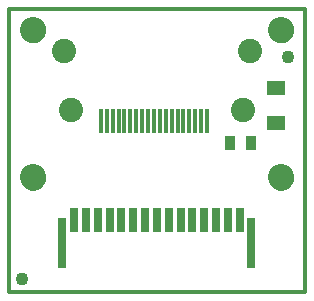
<source format=gts>
G75*
%MOIN*%
%OFA0B0*%
%FSLAX24Y24*%
%IPPOS*%
%LPD*%
%AMOC8*
5,1,8,0,0,1.08239X$1,22.5*
%
%ADD10C,0.0118*%
%ADD11C,0.0000*%
%ADD12C,0.0867*%
%ADD13R,0.0276X0.0827*%
%ADD14R,0.0316X0.1694*%
%ADD15R,0.0158X0.0788*%
%ADD16C,0.0808*%
%ADD17C,0.0434*%
%ADD18R,0.0355X0.0512*%
%ADD19R,0.0591X0.0512*%
D10*
X000159Y000169D02*
X000159Y009618D01*
X010002Y009618D01*
X010002Y000169D01*
X000159Y000169D01*
D11*
X000533Y003992D02*
X000535Y004032D01*
X000541Y004073D01*
X000551Y004112D01*
X000564Y004150D01*
X000582Y004187D01*
X000603Y004221D01*
X000627Y004254D01*
X000654Y004284D01*
X000684Y004311D01*
X000717Y004335D01*
X000751Y004356D01*
X000788Y004374D01*
X000826Y004387D01*
X000865Y004397D01*
X000906Y004403D01*
X000946Y004405D01*
X000986Y004403D01*
X001027Y004397D01*
X001066Y004387D01*
X001104Y004374D01*
X001141Y004356D01*
X001175Y004335D01*
X001208Y004311D01*
X001238Y004284D01*
X001265Y004254D01*
X001289Y004221D01*
X001310Y004187D01*
X001328Y004150D01*
X001341Y004112D01*
X001351Y004073D01*
X001357Y004032D01*
X001359Y003992D01*
X001357Y003952D01*
X001351Y003911D01*
X001341Y003872D01*
X001328Y003834D01*
X001310Y003797D01*
X001289Y003763D01*
X001265Y003730D01*
X001238Y003700D01*
X001208Y003673D01*
X001175Y003649D01*
X001141Y003628D01*
X001104Y003610D01*
X001066Y003597D01*
X001027Y003587D01*
X000986Y003581D01*
X000946Y003579D01*
X000906Y003581D01*
X000865Y003587D01*
X000826Y003597D01*
X000788Y003610D01*
X000751Y003628D01*
X000717Y003649D01*
X000684Y003673D01*
X000654Y003700D01*
X000627Y003730D01*
X000603Y003763D01*
X000582Y003797D01*
X000564Y003834D01*
X000551Y003872D01*
X000541Y003911D01*
X000535Y003952D01*
X000533Y003992D01*
X000533Y008913D02*
X000535Y008953D01*
X000541Y008994D01*
X000551Y009033D01*
X000564Y009071D01*
X000582Y009108D01*
X000603Y009142D01*
X000627Y009175D01*
X000654Y009205D01*
X000684Y009232D01*
X000717Y009256D01*
X000751Y009277D01*
X000788Y009295D01*
X000826Y009308D01*
X000865Y009318D01*
X000906Y009324D01*
X000946Y009326D01*
X000986Y009324D01*
X001027Y009318D01*
X001066Y009308D01*
X001104Y009295D01*
X001141Y009277D01*
X001175Y009256D01*
X001208Y009232D01*
X001238Y009205D01*
X001265Y009175D01*
X001289Y009142D01*
X001310Y009108D01*
X001328Y009071D01*
X001341Y009033D01*
X001351Y008994D01*
X001357Y008953D01*
X001359Y008913D01*
X001357Y008873D01*
X001351Y008832D01*
X001341Y008793D01*
X001328Y008755D01*
X001310Y008718D01*
X001289Y008684D01*
X001265Y008651D01*
X001238Y008621D01*
X001208Y008594D01*
X001175Y008570D01*
X001141Y008549D01*
X001104Y008531D01*
X001066Y008518D01*
X001027Y008508D01*
X000986Y008502D01*
X000946Y008500D01*
X000906Y008502D01*
X000865Y008508D01*
X000826Y008518D01*
X000788Y008531D01*
X000751Y008549D01*
X000717Y008570D01*
X000684Y008594D01*
X000654Y008621D01*
X000627Y008651D01*
X000603Y008684D01*
X000582Y008718D01*
X000564Y008755D01*
X000551Y008793D01*
X000541Y008832D01*
X000535Y008873D01*
X000533Y008913D01*
X008801Y008913D02*
X008803Y008953D01*
X008809Y008994D01*
X008819Y009033D01*
X008832Y009071D01*
X008850Y009108D01*
X008871Y009142D01*
X008895Y009175D01*
X008922Y009205D01*
X008952Y009232D01*
X008985Y009256D01*
X009019Y009277D01*
X009056Y009295D01*
X009094Y009308D01*
X009133Y009318D01*
X009174Y009324D01*
X009214Y009326D01*
X009254Y009324D01*
X009295Y009318D01*
X009334Y009308D01*
X009372Y009295D01*
X009409Y009277D01*
X009443Y009256D01*
X009476Y009232D01*
X009506Y009205D01*
X009533Y009175D01*
X009557Y009142D01*
X009578Y009108D01*
X009596Y009071D01*
X009609Y009033D01*
X009619Y008994D01*
X009625Y008953D01*
X009627Y008913D01*
X009625Y008873D01*
X009619Y008832D01*
X009609Y008793D01*
X009596Y008755D01*
X009578Y008718D01*
X009557Y008684D01*
X009533Y008651D01*
X009506Y008621D01*
X009476Y008594D01*
X009443Y008570D01*
X009409Y008549D01*
X009372Y008531D01*
X009334Y008518D01*
X009295Y008508D01*
X009254Y008502D01*
X009214Y008500D01*
X009174Y008502D01*
X009133Y008508D01*
X009094Y008518D01*
X009056Y008531D01*
X009019Y008549D01*
X008985Y008570D01*
X008952Y008594D01*
X008922Y008621D01*
X008895Y008651D01*
X008871Y008684D01*
X008850Y008718D01*
X008832Y008755D01*
X008819Y008793D01*
X008809Y008832D01*
X008803Y008873D01*
X008801Y008913D01*
X008801Y003992D02*
X008803Y004032D01*
X008809Y004073D01*
X008819Y004112D01*
X008832Y004150D01*
X008850Y004187D01*
X008871Y004221D01*
X008895Y004254D01*
X008922Y004284D01*
X008952Y004311D01*
X008985Y004335D01*
X009019Y004356D01*
X009056Y004374D01*
X009094Y004387D01*
X009133Y004397D01*
X009174Y004403D01*
X009214Y004405D01*
X009254Y004403D01*
X009295Y004397D01*
X009334Y004387D01*
X009372Y004374D01*
X009409Y004356D01*
X009443Y004335D01*
X009476Y004311D01*
X009506Y004284D01*
X009533Y004254D01*
X009557Y004221D01*
X009578Y004187D01*
X009596Y004150D01*
X009609Y004112D01*
X009619Y004073D01*
X009625Y004032D01*
X009627Y003992D01*
X009625Y003952D01*
X009619Y003911D01*
X009609Y003872D01*
X009596Y003834D01*
X009578Y003797D01*
X009557Y003763D01*
X009533Y003730D01*
X009506Y003700D01*
X009476Y003673D01*
X009443Y003649D01*
X009409Y003628D01*
X009372Y003610D01*
X009334Y003597D01*
X009295Y003587D01*
X009254Y003581D01*
X009214Y003579D01*
X009174Y003581D01*
X009133Y003587D01*
X009094Y003597D01*
X009056Y003610D01*
X009019Y003628D01*
X008985Y003649D01*
X008952Y003673D01*
X008922Y003700D01*
X008895Y003730D01*
X008871Y003763D01*
X008850Y003797D01*
X008832Y003834D01*
X008819Y003872D01*
X008809Y003911D01*
X008803Y003952D01*
X008801Y003992D01*
D12*
X009214Y003992D03*
X009214Y008913D03*
X000946Y008913D03*
X000946Y003992D03*
D13*
X002324Y002587D03*
X002718Y002587D03*
X003112Y002587D03*
X003506Y002587D03*
X003899Y002587D03*
X004293Y002587D03*
X004687Y002587D03*
X005080Y002587D03*
X005474Y002587D03*
X005868Y002587D03*
X006261Y002587D03*
X006655Y002587D03*
X007049Y002587D03*
X007443Y002587D03*
X007836Y002587D03*
D14*
X008230Y001799D03*
X001931Y001799D03*
D15*
X003210Y005874D03*
X003407Y005874D03*
X003604Y005874D03*
X003801Y005874D03*
X003998Y005874D03*
X004194Y005874D03*
X004391Y005874D03*
X004588Y005874D03*
X004785Y005874D03*
X004982Y005874D03*
X005179Y005874D03*
X005376Y005874D03*
X005572Y005874D03*
X005769Y005874D03*
X005966Y005874D03*
X006163Y005874D03*
X006360Y005874D03*
X006557Y005874D03*
X006754Y005874D03*
D16*
X007935Y006248D03*
X008171Y008197D03*
X002226Y006248D03*
X001990Y008197D03*
D17*
X009450Y008004D03*
X000592Y000602D03*
D18*
X007521Y005130D03*
X008230Y005130D03*
D19*
X009057Y005799D03*
X009057Y006980D03*
M02*

</source>
